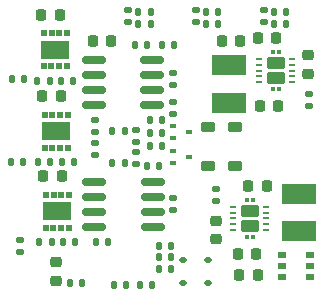
<source format=gtp>
%TF.GenerationSoftware,KiCad,Pcbnew,7.0.5*%
%TF.CreationDate,2023-06-11T19:33:25+08:00*%
%TF.ProjectId,DiveCAN Head,44697665-4341-44e2-9048-6561642e6b69,rev?*%
%TF.SameCoordinates,Original*%
%TF.FileFunction,Paste,Top*%
%TF.FilePolarity,Positive*%
%FSLAX46Y46*%
G04 Gerber Fmt 4.6, Leading zero omitted, Abs format (unit mm)*
G04 Created by KiCad (PCBNEW 7.0.5) date 2023-06-11 19:33:25*
%MOMM*%
%LPD*%
G01*
G04 APERTURE LIST*
G04 Aperture macros list*
%AMRoundRect*
0 Rectangle with rounded corners*
0 $1 Rounding radius*
0 $2 $3 $4 $5 $6 $7 $8 $9 X,Y pos of 4 corners*
0 Add a 4 corners polygon primitive as box body*
4,1,4,$2,$3,$4,$5,$6,$7,$8,$9,$2,$3,0*
0 Add four circle primitives for the rounded corners*
1,1,$1+$1,$2,$3*
1,1,$1+$1,$4,$5*
1,1,$1+$1,$6,$7*
1,1,$1+$1,$8,$9*
0 Add four rect primitives between the rounded corners*
20,1,$1+$1,$2,$3,$4,$5,0*
20,1,$1+$1,$4,$5,$6,$7,0*
20,1,$1+$1,$6,$7,$8,$9,0*
20,1,$1+$1,$8,$9,$2,$3,0*%
G04 Aperture macros list end*
%ADD10RoundRect,0.135000X-0.135000X-0.185000X0.135000X-0.185000X0.135000X0.185000X-0.135000X0.185000X0*%
%ADD11RoundRect,0.135000X0.135000X0.185000X-0.135000X0.185000X-0.135000X-0.185000X0.135000X-0.185000X0*%
%ADD12RoundRect,0.135000X0.185000X-0.135000X0.185000X0.135000X-0.185000X0.135000X-0.185000X-0.135000X0*%
%ADD13R,0.510000X0.400000*%
%ADD14RoundRect,0.225000X0.375000X-0.225000X0.375000X0.225000X-0.375000X0.225000X-0.375000X-0.225000X0*%
%ADD15RoundRect,0.106000X0.644000X0.424000X-0.644000X0.424000X-0.644000X-0.424000X0.644000X-0.424000X0*%
%ADD16RoundRect,0.025000X0.100000X0.145000X-0.100000X0.145000X-0.100000X-0.145000X0.100000X-0.145000X0*%
%ADD17R,0.600000X0.240000*%
%ADD18RoundRect,0.106000X-0.644000X-0.424000X0.644000X-0.424000X0.644000X0.424000X-0.644000X0.424000X0*%
%ADD19RoundRect,0.025000X-0.100000X-0.145000X0.100000X-0.145000X0.100000X0.145000X-0.100000X0.145000X0*%
%ADD20R,0.700000X0.510000*%
%ADD21RoundRect,0.225000X-0.225000X-0.250000X0.225000X-0.250000X0.225000X0.250000X-0.225000X0.250000X0*%
%ADD22R,2.900000X1.800000*%
%ADD23RoundRect,0.135000X-0.185000X0.135000X-0.185000X-0.135000X0.185000X-0.135000X0.185000X0.135000X0*%
%ADD24RoundRect,0.150000X-0.825000X-0.150000X0.825000X-0.150000X0.825000X0.150000X-0.825000X0.150000X0*%
%ADD25RoundRect,0.112500X-0.187500X-0.112500X0.187500X-0.112500X0.187500X0.112500X-0.187500X0.112500X0*%
%ADD26RoundRect,0.225000X-0.375000X0.225000X-0.375000X-0.225000X0.375000X-0.225000X0.375000X0.225000X0*%
%ADD27R,0.505000X0.630000*%
%ADD28R,0.500000X0.630000*%
%ADD29R,2.400000X1.650000*%
%ADD30RoundRect,0.225000X0.225000X0.250000X-0.225000X0.250000X-0.225000X-0.250000X0.225000X-0.250000X0*%
%ADD31RoundRect,0.225000X-0.250000X0.225000X-0.250000X-0.225000X0.250000X-0.225000X0.250000X0.225000X0*%
%ADD32RoundRect,0.225000X0.250000X-0.225000X0.250000X0.225000X-0.250000X0.225000X-0.250000X-0.225000X0*%
G04 APERTURE END LIST*
D10*
%TO.C,R27*%
X111340000Y-115850000D03*
X112360000Y-115850000D03*
%TD*%
D11*
%TO.C,R24*%
X110160000Y-115850000D03*
X109140000Y-115850000D03*
%TD*%
D10*
%TO.C,R23*%
X113190000Y-95500000D03*
X114210000Y-95500000D03*
%TD*%
D12*
%TO.C,R22*%
X114150000Y-101360000D03*
X114150000Y-100340000D03*
%TD*%
D13*
%TO.C,Q1*%
X114155000Y-102350000D03*
X114155000Y-103350000D03*
X115445000Y-102850000D03*
%TD*%
D14*
%TO.C,D4*%
X119400000Y-105800000D03*
X119400000Y-102500000D03*
%TD*%
D15*
%TO.C,U16*%
X120625000Y-109570000D03*
X120625000Y-110830000D03*
D16*
X120375000Y-111730000D03*
X120875000Y-108670000D03*
X120875000Y-111730000D03*
X120375000Y-108670000D03*
D17*
X122025000Y-111200000D03*
X122025000Y-110700000D03*
X122025000Y-110200000D03*
X122025000Y-109700000D03*
X122025000Y-109200000D03*
X119225000Y-109200000D03*
X119225000Y-109700000D03*
X119225000Y-110200000D03*
X119225000Y-110700000D03*
X119225000Y-111200000D03*
%TD*%
D18*
%TO.C,U13*%
X122825000Y-98305000D03*
X122825000Y-97045000D03*
D19*
X123075000Y-96145000D03*
X122575000Y-99205000D03*
X122575000Y-96145000D03*
X123075000Y-99205000D03*
D17*
X121425000Y-96675000D03*
X121425000Y-97175000D03*
X121425000Y-97675000D03*
X121425000Y-98175000D03*
X121425000Y-98675000D03*
X124225000Y-98675000D03*
X124225000Y-98175000D03*
X124225000Y-97675000D03*
X124225000Y-97175000D03*
X124225000Y-96675000D03*
%TD*%
D20*
%TO.C,U15*%
X123380000Y-113300000D03*
X123380000Y-114250000D03*
X123380000Y-115200000D03*
X125700000Y-115200000D03*
X125700000Y-114250000D03*
X125700000Y-113300000D03*
%TD*%
D11*
%TO.C,R5*%
X112210000Y-93700000D03*
X111190000Y-93700000D03*
%TD*%
D21*
%TO.C,C17*%
X119625000Y-113200000D03*
X121175000Y-113200000D03*
%TD*%
%TO.C,C14*%
X120500000Y-107450000D03*
X122050000Y-107450000D03*
%TD*%
%TO.C,C2*%
X103042497Y-99800000D03*
X104592497Y-99800000D03*
%TD*%
D22*
%TO.C,L1*%
X118825000Y-97200000D03*
X118825000Y-100400000D03*
%TD*%
D23*
%TO.C,R48*%
X121800000Y-92590000D03*
X121800000Y-93610000D03*
%TD*%
D10*
%TO.C,R20*%
X112890000Y-113500000D03*
X113910000Y-113500000D03*
%TD*%
%TO.C,R40*%
X108990000Y-105500000D03*
X110010000Y-105500000D03*
%TD*%
D11*
%TO.C,R36*%
X105830000Y-112200000D03*
X104810000Y-112200000D03*
%TD*%
D24*
%TO.C,U12*%
X107450000Y-107095000D03*
X107450000Y-108365000D03*
X107450000Y-109635000D03*
X107450000Y-110905000D03*
X112400000Y-110905000D03*
X112400000Y-109635000D03*
X112400000Y-108365000D03*
X112400000Y-107095000D03*
%TD*%
D23*
%TO.C,R4*%
X110300000Y-92590000D03*
X110300000Y-93610000D03*
%TD*%
D10*
%TO.C,R11*%
X110890000Y-95500000D03*
X111910000Y-95500000D03*
%TD*%
D21*
%TO.C,C4*%
X107325000Y-95200000D03*
X108875000Y-95200000D03*
%TD*%
D12*
%TO.C,R10*%
X107500000Y-102910000D03*
X107500000Y-101890000D03*
%TD*%
D10*
%TO.C,R19*%
X112890000Y-112500000D03*
X113910000Y-112500000D03*
%TD*%
D25*
%TO.C,D3*%
X114950000Y-115700000D03*
X117050000Y-115700000D03*
%TD*%
D11*
%TO.C,R50*%
X123710000Y-92700000D03*
X122690000Y-92700000D03*
%TD*%
D10*
%TO.C,R21*%
X112890000Y-114500000D03*
X113910000Y-114500000D03*
%TD*%
D26*
%TO.C,D1*%
X117100000Y-102450000D03*
X117100000Y-105750000D03*
%TD*%
D23*
%TO.C,R39*%
X114100000Y-97890000D03*
X114100000Y-98910000D03*
%TD*%
D10*
%TO.C,R25*%
X102639999Y-98535000D03*
X103659999Y-98535000D03*
%TD*%
D23*
%TO.C,R1*%
X116055000Y-92590000D03*
X116055000Y-93610000D03*
%TD*%
%TO.C,R38*%
X111000000Y-102690000D03*
X111000000Y-103710000D03*
%TD*%
%TO.C,R9*%
X101200000Y-111990000D03*
X101200000Y-113010000D03*
%TD*%
D27*
%TO.C,U6*%
X103350000Y-108200000D03*
D28*
X104000000Y-108200000D03*
X104640000Y-108200000D03*
D27*
X105295000Y-108200000D03*
D28*
X103350000Y-111000000D03*
X103990000Y-111000000D03*
X104650000Y-111000000D03*
X105290000Y-111000000D03*
D29*
X104320000Y-109600000D03*
D28*
X105295000Y-108200000D03*
X104640000Y-108200000D03*
X104000000Y-108200000D03*
X103350000Y-108200000D03*
%TD*%
D30*
%TO.C,C12*%
X123000000Y-100675000D03*
X121450000Y-100675000D03*
%TD*%
D22*
%TO.C,L2*%
X124775000Y-111300000D03*
X124775000Y-108100000D03*
%TD*%
D10*
%TO.C,R14*%
X113210000Y-103000000D03*
X112190000Y-103000000D03*
%TD*%
D13*
%TO.C,Q2*%
X114150000Y-104500000D03*
X114150000Y-105500000D03*
X115440000Y-105000000D03*
%TD*%
D31*
%TO.C,C8*%
X104200000Y-113925000D03*
X104200000Y-115475000D03*
%TD*%
D10*
%TO.C,R15*%
X113210000Y-104100000D03*
X112190000Y-104100000D03*
%TD*%
D11*
%TO.C,R26*%
X105659999Y-98535000D03*
X104639999Y-98535000D03*
%TD*%
%TO.C,R2*%
X117965000Y-93700000D03*
X116945000Y-93700000D03*
%TD*%
D12*
%TO.C,R46*%
X125650000Y-100685000D03*
X125650000Y-99665000D03*
%TD*%
D27*
%TO.C,U2*%
X103179999Y-94535000D03*
D28*
X103829999Y-94535000D03*
X104469999Y-94535000D03*
D27*
X105124999Y-94535000D03*
D28*
X103179999Y-97335000D03*
X103819999Y-97335000D03*
X104479999Y-97335000D03*
X105119999Y-97335000D03*
D29*
X104149999Y-95935000D03*
D28*
X105124999Y-94535000D03*
X104469999Y-94535000D03*
X103829999Y-94535000D03*
X103179999Y-94535000D03*
%TD*%
D25*
%TO.C,D2*%
X114950000Y-113700000D03*
X117050000Y-113700000D03*
%TD*%
D10*
%TO.C,R30*%
X102707497Y-105400000D03*
X103727497Y-105400000D03*
%TD*%
D21*
%TO.C,C13*%
X121300000Y-94950000D03*
X122850000Y-94950000D03*
%TD*%
D27*
%TO.C,U4*%
X103247497Y-101400000D03*
D28*
X103897497Y-101400000D03*
X104537497Y-101400000D03*
D27*
X105192497Y-101400000D03*
D28*
X103247497Y-104200000D03*
X103887497Y-104200000D03*
X104547497Y-104200000D03*
X105187497Y-104200000D03*
D29*
X104217497Y-102800000D03*
D28*
X105192497Y-101400000D03*
X104537497Y-101400000D03*
X103897497Y-101400000D03*
X103247497Y-101400000D03*
%TD*%
D30*
%TO.C,C16*%
X119775000Y-95200000D03*
X118225000Y-95200000D03*
%TD*%
D10*
%TO.C,R18*%
X105390000Y-115700000D03*
X106410000Y-115700000D03*
%TD*%
D11*
%TO.C,R16*%
X108610000Y-112200000D03*
X107590000Y-112200000D03*
%TD*%
D23*
%TO.C,R42*%
X114100000Y-108490000D03*
X114100000Y-109510000D03*
%TD*%
D10*
%TO.C,R7*%
X100490000Y-98400000D03*
X101510000Y-98400000D03*
%TD*%
D21*
%TO.C,C1*%
X102974999Y-92935000D03*
X104524999Y-92935000D03*
%TD*%
D11*
%TO.C,R3*%
X117965000Y-92700000D03*
X116945000Y-92700000D03*
%TD*%
D10*
%TO.C,R37*%
X108990000Y-102800000D03*
X110010000Y-102800000D03*
%TD*%
D24*
%TO.C,U9*%
X107425000Y-96795000D03*
X107425000Y-98065000D03*
X107425000Y-99335000D03*
X107425000Y-100605000D03*
X112375000Y-100605000D03*
X112375000Y-99335000D03*
X112375000Y-98065000D03*
X112375000Y-96795000D03*
%TD*%
D10*
%TO.C,R13*%
X112190000Y-101900000D03*
X113210000Y-101900000D03*
%TD*%
%TO.C,R8*%
X100390000Y-105400000D03*
X101410000Y-105400000D03*
%TD*%
%TO.C,R35*%
X102810000Y-112200000D03*
X103830000Y-112200000D03*
%TD*%
D11*
%TO.C,R6*%
X112210000Y-92700000D03*
X111190000Y-92700000D03*
%TD*%
D32*
%TO.C,C15*%
X117775000Y-111975000D03*
X117775000Y-110425000D03*
%TD*%
D23*
%TO.C,R47*%
X117775000Y-107690000D03*
X117775000Y-108710000D03*
%TD*%
D31*
%TO.C,C18*%
X125575000Y-96400000D03*
X125575000Y-97950000D03*
%TD*%
D12*
%TO.C,R41*%
X111000000Y-105610000D03*
X111000000Y-104590000D03*
%TD*%
D10*
%TO.C,R17*%
X111890000Y-105800000D03*
X112910000Y-105800000D03*
%TD*%
D21*
%TO.C,C3*%
X103145000Y-106600000D03*
X104695000Y-106600000D03*
%TD*%
%TO.C,C19*%
X119725000Y-115000000D03*
X121275000Y-115000000D03*
%TD*%
D11*
%TO.C,R49*%
X123710000Y-93700000D03*
X122690000Y-93700000D03*
%TD*%
D12*
%TO.C,R12*%
X107500000Y-104810000D03*
X107500000Y-103790000D03*
%TD*%
D11*
%TO.C,R31*%
X105727497Y-105400000D03*
X104707497Y-105400000D03*
%TD*%
M02*

</source>
